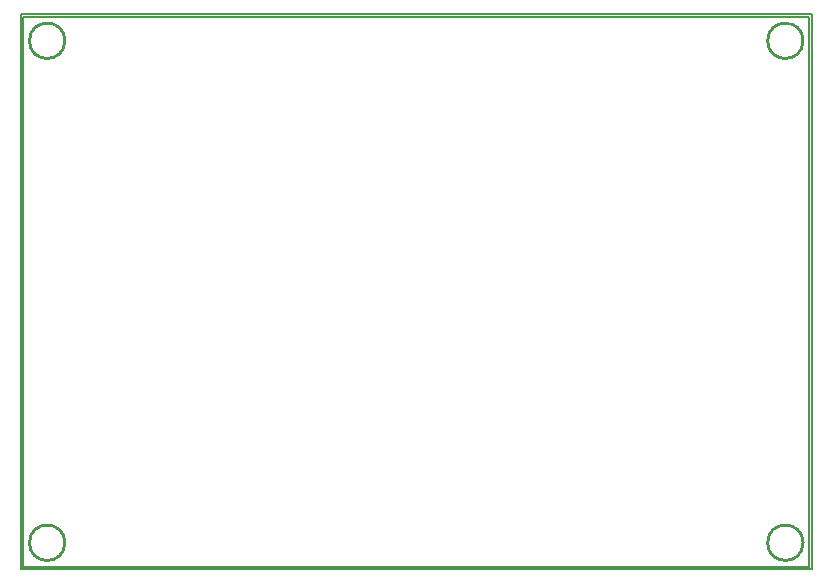
<source format=gko>
%FSLAX25Y25*%
%MOIN*%
G70*
G01*
G75*
G04 Layer_Color=65280*
%ADD10R,0.02756X0.03347*%
%ADD11R,0.04724X0.04331*%
%ADD12R,0.07874X0.07874*%
%ADD13O,0.08661X0.02362*%
%ADD14R,0.08071X0.09055*%
%ADD15O,0.05500X0.02500*%
%ADD16R,0.05500X0.02500*%
%ADD17R,0.04724X0.14567*%
%ADD18R,0.07559X0.25590*%
%ADD19R,0.06000X0.05000*%
%ADD20R,0.10630X0.03937*%
%ADD21O,0.00787X0.02559*%
%ADD22O,0.02559X0.00787*%
%ADD23R,0.15748X0.15748*%
%ADD24R,0.03347X0.02756*%
%ADD25O,0.02500X0.05500*%
%ADD26R,0.02500X0.05500*%
%ADD27R,0.05000X0.06000*%
%ADD28C,0.03000*%
%ADD29C,0.05000*%
%ADD30C,0.00600*%
%ADD31C,0.00800*%
%ADD32C,0.02000*%
%ADD33C,0.01000*%
%ADD34C,0.01500*%
%ADD35C,0.04000*%
%ADD36R,0.07284X0.19685*%
%ADD37R,0.06800X0.04000*%
%ADD38C,0.00500*%
%ADD39O,0.04724X0.06299*%
%ADD40R,0.04724X0.06299*%
%ADD41C,0.08661*%
%ADD42C,0.03150*%
%ADD43O,0.05906X0.09843*%
%ADD44R,0.05906X0.09843*%
%ADD45C,0.04724*%
%ADD46O,0.09252X0.07087*%
%ADD47O,0.05315X0.12205*%
%ADD48R,0.13386X0.04724*%
%ADD49R,0.04724X0.13386*%
%ADD50C,0.03000*%
%ADD51C,0.04000*%
%ADD52C,0.02000*%
%ADD53C,0.02598*%
%ADD54R,0.02362X0.02362*%
%ADD55R,0.15000X0.11400*%
%ADD56C,0.00984*%
%ADD57C,0.00394*%
%ADD58C,0.00591*%
%ADD59C,0.00787*%
%ADD60R,0.03556X0.04147*%
%ADD61R,0.05524X0.05131*%
%ADD62R,0.08674X0.08674*%
%ADD63O,0.09461X0.03162*%
%ADD64R,0.08871X0.09855*%
%ADD65O,0.06300X0.03300*%
%ADD66R,0.06300X0.03300*%
%ADD67R,0.05524X0.15367*%
%ADD68R,0.08359X0.26391*%
%ADD69R,0.06800X0.05800*%
%ADD70R,0.11430X0.04737*%
%ADD71R,0.00800X0.00800*%
%ADD72R,0.00800X0.00800*%
%ADD73O,0.01587X0.03359*%
%ADD74O,0.03359X0.01587*%
%ADD75R,0.16548X0.16548*%
%ADD76R,0.04147X0.03556*%
%ADD77O,0.03300X0.06300*%
%ADD78R,0.03300X0.06300*%
%ADD79R,0.05800X0.06800*%
%ADD80O,0.05524X0.07099*%
%ADD81R,0.05524X0.07099*%
%ADD82C,0.09461*%
%ADD83C,0.03950*%
%ADD84O,0.06706X0.10642*%
%ADD85R,0.06706X0.10642*%
%ADD86C,0.05524*%
%ADD87O,0.10052X0.07887*%
%ADD88O,0.06115X0.13005*%
%ADD89R,0.14186X0.05524*%
%ADD90R,0.05524X0.14186*%
%ADD91R,0.03162X0.03162*%
%ADD92C,0.03398*%
D33*
X260827Y-176181D02*
G03*
X260827Y-176181I-5906J0D01*
G01*
Y-8858D02*
G03*
X260827Y-8858I-5906J0D01*
G01*
X14764Y-176181D02*
G03*
X14764Y-176181I-5906J0D01*
G01*
Y-8858D02*
G03*
X14764Y-8858I-5906J0D01*
G01*
D02*
G03*
X14764Y-8858I-5906J0D01*
G01*
Y-176181D02*
G03*
X14764Y-176181I-5906J0D01*
G01*
X260827Y-8858D02*
G03*
X260827Y-8858I-5906J0D01*
G01*
Y-176181D02*
G03*
X260827Y-176181I-5906J0D01*
G01*
D38*
X800Y-184100D02*
X262800D01*
Y-800D01*
X800Y-184100D02*
Y-800D01*
X262800D01*
X0Y0D02*
X263779D01*
X0Y-185039D02*
Y0D01*
X263779Y-185039D02*
Y0D01*
X0Y-185039D02*
X263779D01*
M02*

</source>
